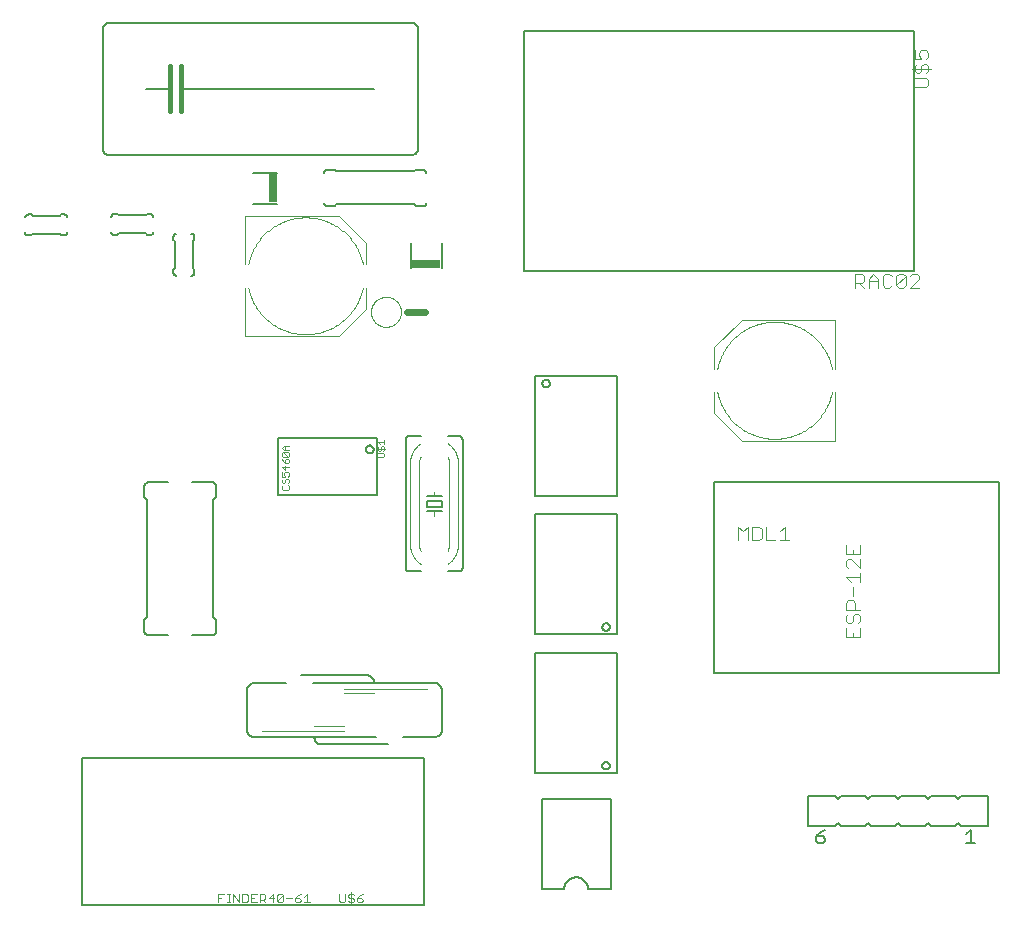
<source format=gto>
G75*
%MOIN*%
%OFA0B0*%
%FSLAX25Y25*%
%IPPOS*%
%LPD*%
%AMOC8*
5,1,8,0,0,1.08239X$1,22.5*
%
%ADD10C,0.00600*%
%ADD11C,0.01600*%
%ADD12C,0.00400*%
%ADD13C,0.00800*%
%ADD14R,0.09646X0.02657*%
%ADD15R,0.02657X0.09646*%
%ADD16C,0.00500*%
%ADD17C,0.00200*%
%ADD18C,0.02400*%
%ADD19C,0.00300*%
D10*
X0159308Y0114854D02*
X0159308Y0127854D01*
X0159310Y0127952D01*
X0159316Y0128050D01*
X0159325Y0128148D01*
X0159339Y0128245D01*
X0159356Y0128342D01*
X0159377Y0128438D01*
X0159402Y0128533D01*
X0159430Y0128627D01*
X0159463Y0128719D01*
X0159498Y0128811D01*
X0159538Y0128901D01*
X0159580Y0128989D01*
X0159627Y0129076D01*
X0159676Y0129160D01*
X0159729Y0129243D01*
X0159785Y0129323D01*
X0159845Y0129402D01*
X0159907Y0129478D01*
X0159972Y0129551D01*
X0160040Y0129622D01*
X0160111Y0129690D01*
X0160184Y0129755D01*
X0160260Y0129817D01*
X0160339Y0129877D01*
X0160419Y0129933D01*
X0160502Y0129986D01*
X0160586Y0130035D01*
X0160673Y0130082D01*
X0160761Y0130124D01*
X0160851Y0130164D01*
X0160943Y0130199D01*
X0161035Y0130232D01*
X0161129Y0130260D01*
X0161224Y0130285D01*
X0161320Y0130306D01*
X0161417Y0130323D01*
X0161514Y0130337D01*
X0161612Y0130346D01*
X0161710Y0130352D01*
X0161808Y0130354D01*
X0172308Y0130354D01*
X0177308Y0132854D02*
X0199308Y0132854D01*
X0199406Y0132852D01*
X0199504Y0132846D01*
X0199602Y0132837D01*
X0199699Y0132823D01*
X0199796Y0132806D01*
X0199892Y0132785D01*
X0199987Y0132760D01*
X0200081Y0132732D01*
X0200173Y0132699D01*
X0200265Y0132664D01*
X0200355Y0132624D01*
X0200443Y0132582D01*
X0200530Y0132535D01*
X0200614Y0132486D01*
X0200697Y0132433D01*
X0200777Y0132377D01*
X0200856Y0132317D01*
X0200932Y0132255D01*
X0201005Y0132190D01*
X0201076Y0132122D01*
X0201144Y0132051D01*
X0201209Y0131978D01*
X0201271Y0131902D01*
X0201331Y0131823D01*
X0201387Y0131743D01*
X0201440Y0131660D01*
X0201489Y0131576D01*
X0201536Y0131489D01*
X0201578Y0131401D01*
X0201618Y0131311D01*
X0201653Y0131219D01*
X0201686Y0131127D01*
X0201714Y0131033D01*
X0201739Y0130938D01*
X0201760Y0130842D01*
X0201777Y0130745D01*
X0201791Y0130648D01*
X0201800Y0130550D01*
X0201806Y0130452D01*
X0201808Y0130354D01*
X0221808Y0130354D02*
X0181308Y0130354D01*
X0181808Y0112354D02*
X0181810Y0112256D01*
X0181816Y0112158D01*
X0181825Y0112060D01*
X0181839Y0111963D01*
X0181856Y0111866D01*
X0181877Y0111770D01*
X0181902Y0111675D01*
X0181930Y0111581D01*
X0181963Y0111489D01*
X0181998Y0111397D01*
X0182038Y0111307D01*
X0182080Y0111219D01*
X0182127Y0111132D01*
X0182176Y0111048D01*
X0182229Y0110965D01*
X0182285Y0110885D01*
X0182345Y0110806D01*
X0182407Y0110730D01*
X0182472Y0110657D01*
X0182540Y0110586D01*
X0182611Y0110518D01*
X0182684Y0110453D01*
X0182760Y0110391D01*
X0182839Y0110331D01*
X0182919Y0110275D01*
X0183002Y0110222D01*
X0183086Y0110173D01*
X0183173Y0110126D01*
X0183261Y0110084D01*
X0183351Y0110044D01*
X0183443Y0110009D01*
X0183535Y0109976D01*
X0183629Y0109948D01*
X0183724Y0109923D01*
X0183820Y0109902D01*
X0183917Y0109885D01*
X0184014Y0109871D01*
X0184112Y0109862D01*
X0184210Y0109856D01*
X0184308Y0109854D01*
X0206308Y0109854D01*
X0202308Y0112354D02*
X0161808Y0112354D01*
X0161710Y0112356D01*
X0161612Y0112362D01*
X0161514Y0112371D01*
X0161417Y0112385D01*
X0161320Y0112402D01*
X0161224Y0112423D01*
X0161129Y0112448D01*
X0161035Y0112476D01*
X0160943Y0112509D01*
X0160851Y0112544D01*
X0160761Y0112584D01*
X0160673Y0112626D01*
X0160586Y0112673D01*
X0160502Y0112722D01*
X0160419Y0112775D01*
X0160339Y0112831D01*
X0160260Y0112891D01*
X0160184Y0112953D01*
X0160111Y0113018D01*
X0160040Y0113086D01*
X0159972Y0113157D01*
X0159907Y0113230D01*
X0159845Y0113306D01*
X0159785Y0113385D01*
X0159729Y0113465D01*
X0159676Y0113548D01*
X0159627Y0113632D01*
X0159580Y0113719D01*
X0159538Y0113807D01*
X0159498Y0113897D01*
X0159463Y0113989D01*
X0159430Y0114081D01*
X0159402Y0114175D01*
X0159377Y0114270D01*
X0159356Y0114366D01*
X0159339Y0114463D01*
X0159325Y0114560D01*
X0159316Y0114658D01*
X0159310Y0114756D01*
X0159308Y0114854D01*
X0147583Y0146268D02*
X0141083Y0146268D01*
X0147583Y0146268D02*
X0147659Y0146270D01*
X0147735Y0146276D01*
X0147810Y0146285D01*
X0147885Y0146299D01*
X0147959Y0146316D01*
X0148032Y0146337D01*
X0148104Y0146361D01*
X0148175Y0146390D01*
X0148244Y0146421D01*
X0148311Y0146456D01*
X0148376Y0146495D01*
X0148440Y0146537D01*
X0148501Y0146582D01*
X0148560Y0146630D01*
X0148616Y0146681D01*
X0148670Y0146735D01*
X0148721Y0146791D01*
X0148769Y0146850D01*
X0148814Y0146911D01*
X0148856Y0146975D01*
X0148895Y0147040D01*
X0148930Y0147107D01*
X0148961Y0147176D01*
X0148990Y0147247D01*
X0149014Y0147319D01*
X0149035Y0147392D01*
X0149052Y0147466D01*
X0149066Y0147541D01*
X0149075Y0147616D01*
X0149081Y0147692D01*
X0149083Y0147768D01*
X0149083Y0151268D01*
X0148083Y0152268D01*
X0148083Y0191268D01*
X0149083Y0192268D01*
X0149083Y0195768D01*
X0149081Y0195844D01*
X0149075Y0195920D01*
X0149066Y0195995D01*
X0149052Y0196070D01*
X0149035Y0196144D01*
X0149014Y0196217D01*
X0148990Y0196289D01*
X0148961Y0196360D01*
X0148930Y0196429D01*
X0148895Y0196496D01*
X0148856Y0196561D01*
X0148814Y0196625D01*
X0148769Y0196686D01*
X0148721Y0196745D01*
X0148670Y0196801D01*
X0148616Y0196855D01*
X0148560Y0196906D01*
X0148501Y0196954D01*
X0148440Y0196999D01*
X0148376Y0197041D01*
X0148311Y0197080D01*
X0148244Y0197115D01*
X0148175Y0197146D01*
X0148104Y0197175D01*
X0148032Y0197199D01*
X0147959Y0197220D01*
X0147885Y0197237D01*
X0147810Y0197251D01*
X0147735Y0197260D01*
X0147659Y0197266D01*
X0147583Y0197268D01*
X0141083Y0197268D01*
X0133083Y0197268D02*
X0126583Y0197268D01*
X0126507Y0197266D01*
X0126431Y0197260D01*
X0126356Y0197251D01*
X0126281Y0197237D01*
X0126207Y0197220D01*
X0126134Y0197199D01*
X0126062Y0197175D01*
X0125991Y0197146D01*
X0125922Y0197115D01*
X0125855Y0197080D01*
X0125790Y0197041D01*
X0125726Y0196999D01*
X0125665Y0196954D01*
X0125606Y0196906D01*
X0125550Y0196855D01*
X0125496Y0196801D01*
X0125445Y0196745D01*
X0125397Y0196686D01*
X0125352Y0196625D01*
X0125310Y0196561D01*
X0125271Y0196496D01*
X0125236Y0196429D01*
X0125205Y0196360D01*
X0125176Y0196289D01*
X0125152Y0196217D01*
X0125131Y0196144D01*
X0125114Y0196070D01*
X0125100Y0195995D01*
X0125091Y0195920D01*
X0125085Y0195844D01*
X0125083Y0195768D01*
X0125083Y0192268D01*
X0126083Y0191268D01*
X0126083Y0152268D01*
X0125083Y0151268D01*
X0125083Y0147768D01*
X0125085Y0147692D01*
X0125091Y0147616D01*
X0125100Y0147541D01*
X0125114Y0147466D01*
X0125131Y0147392D01*
X0125152Y0147319D01*
X0125176Y0147247D01*
X0125205Y0147176D01*
X0125236Y0147107D01*
X0125271Y0147040D01*
X0125310Y0146975D01*
X0125352Y0146911D01*
X0125397Y0146850D01*
X0125445Y0146791D01*
X0125496Y0146735D01*
X0125550Y0146681D01*
X0125606Y0146630D01*
X0125665Y0146582D01*
X0125726Y0146537D01*
X0125790Y0146495D01*
X0125855Y0146456D01*
X0125922Y0146421D01*
X0125991Y0146390D01*
X0126062Y0146361D01*
X0126134Y0146337D01*
X0126207Y0146316D01*
X0126281Y0146299D01*
X0126356Y0146285D01*
X0126431Y0146276D01*
X0126507Y0146270D01*
X0126583Y0146268D01*
X0133083Y0146268D01*
X0212190Y0168594D02*
X0212190Y0211594D01*
X0212192Y0211654D01*
X0212197Y0211715D01*
X0212206Y0211774D01*
X0212219Y0211833D01*
X0212235Y0211892D01*
X0212255Y0211949D01*
X0212278Y0212004D01*
X0212305Y0212059D01*
X0212334Y0212111D01*
X0212367Y0212162D01*
X0212403Y0212211D01*
X0212441Y0212257D01*
X0212483Y0212301D01*
X0212527Y0212343D01*
X0212573Y0212381D01*
X0212622Y0212417D01*
X0212673Y0212450D01*
X0212725Y0212479D01*
X0212780Y0212506D01*
X0212835Y0212529D01*
X0212892Y0212549D01*
X0212951Y0212565D01*
X0213010Y0212578D01*
X0213069Y0212587D01*
X0213130Y0212592D01*
X0213190Y0212594D01*
X0217190Y0212594D01*
X0226190Y0212594D02*
X0230190Y0212594D01*
X0230250Y0212592D01*
X0230311Y0212587D01*
X0230370Y0212578D01*
X0230429Y0212565D01*
X0230488Y0212549D01*
X0230545Y0212529D01*
X0230600Y0212506D01*
X0230655Y0212479D01*
X0230707Y0212450D01*
X0230758Y0212417D01*
X0230807Y0212381D01*
X0230853Y0212343D01*
X0230897Y0212301D01*
X0230939Y0212257D01*
X0230977Y0212211D01*
X0231013Y0212162D01*
X0231046Y0212111D01*
X0231075Y0212059D01*
X0231102Y0212004D01*
X0231125Y0211949D01*
X0231145Y0211892D01*
X0231161Y0211833D01*
X0231174Y0211774D01*
X0231183Y0211715D01*
X0231188Y0211654D01*
X0231190Y0211594D01*
X0231190Y0168594D01*
X0231188Y0168534D01*
X0231183Y0168473D01*
X0231174Y0168414D01*
X0231161Y0168355D01*
X0231145Y0168296D01*
X0231125Y0168239D01*
X0231102Y0168184D01*
X0231075Y0168129D01*
X0231046Y0168077D01*
X0231013Y0168026D01*
X0230977Y0167977D01*
X0230939Y0167931D01*
X0230897Y0167887D01*
X0230853Y0167845D01*
X0230807Y0167807D01*
X0230758Y0167771D01*
X0230707Y0167738D01*
X0230655Y0167709D01*
X0230600Y0167682D01*
X0230545Y0167659D01*
X0230488Y0167639D01*
X0230429Y0167623D01*
X0230370Y0167610D01*
X0230311Y0167601D01*
X0230250Y0167596D01*
X0230190Y0167594D01*
X0226190Y0167594D01*
X0217190Y0167594D02*
X0213190Y0167594D01*
X0213130Y0167596D01*
X0213069Y0167601D01*
X0213010Y0167610D01*
X0212951Y0167623D01*
X0212892Y0167639D01*
X0212835Y0167659D01*
X0212780Y0167682D01*
X0212725Y0167709D01*
X0212673Y0167738D01*
X0212622Y0167771D01*
X0212573Y0167807D01*
X0212527Y0167845D01*
X0212483Y0167887D01*
X0212441Y0167931D01*
X0212403Y0167977D01*
X0212367Y0168026D01*
X0212334Y0168077D01*
X0212305Y0168129D01*
X0212278Y0168184D01*
X0212255Y0168239D01*
X0212235Y0168296D01*
X0212219Y0168355D01*
X0212206Y0168414D01*
X0212197Y0168473D01*
X0212192Y0168534D01*
X0212190Y0168594D01*
X0219190Y0187594D02*
X0221690Y0187594D01*
X0224190Y0187594D01*
X0224190Y0189094D02*
X0219190Y0189094D01*
X0219190Y0191094D01*
X0224190Y0191094D01*
X0224190Y0189094D01*
X0224190Y0192594D02*
X0221690Y0192594D01*
X0219190Y0192594D01*
X0221808Y0130354D02*
X0221906Y0130352D01*
X0222004Y0130346D01*
X0222102Y0130337D01*
X0222199Y0130323D01*
X0222296Y0130306D01*
X0222392Y0130285D01*
X0222487Y0130260D01*
X0222581Y0130232D01*
X0222673Y0130199D01*
X0222765Y0130164D01*
X0222855Y0130124D01*
X0222943Y0130082D01*
X0223030Y0130035D01*
X0223114Y0129986D01*
X0223197Y0129933D01*
X0223277Y0129877D01*
X0223356Y0129817D01*
X0223432Y0129755D01*
X0223505Y0129690D01*
X0223576Y0129622D01*
X0223644Y0129551D01*
X0223709Y0129478D01*
X0223771Y0129402D01*
X0223831Y0129323D01*
X0223887Y0129243D01*
X0223940Y0129160D01*
X0223989Y0129076D01*
X0224036Y0128989D01*
X0224078Y0128901D01*
X0224118Y0128811D01*
X0224153Y0128719D01*
X0224186Y0128627D01*
X0224214Y0128533D01*
X0224239Y0128438D01*
X0224260Y0128342D01*
X0224277Y0128245D01*
X0224291Y0128148D01*
X0224300Y0128050D01*
X0224306Y0127952D01*
X0224308Y0127854D01*
X0224308Y0114854D01*
X0224306Y0114756D01*
X0224300Y0114658D01*
X0224291Y0114560D01*
X0224277Y0114463D01*
X0224260Y0114366D01*
X0224239Y0114270D01*
X0224214Y0114175D01*
X0224186Y0114081D01*
X0224153Y0113989D01*
X0224118Y0113897D01*
X0224078Y0113807D01*
X0224036Y0113719D01*
X0223989Y0113632D01*
X0223940Y0113548D01*
X0223887Y0113465D01*
X0223831Y0113385D01*
X0223771Y0113306D01*
X0223709Y0113230D01*
X0223644Y0113157D01*
X0223576Y0113086D01*
X0223505Y0113018D01*
X0223432Y0112953D01*
X0223356Y0112891D01*
X0223277Y0112831D01*
X0223197Y0112775D01*
X0223114Y0112722D01*
X0223030Y0112673D01*
X0222943Y0112626D01*
X0222855Y0112584D01*
X0222765Y0112544D01*
X0222673Y0112509D01*
X0222581Y0112476D01*
X0222487Y0112448D01*
X0222392Y0112423D01*
X0222296Y0112402D01*
X0222199Y0112385D01*
X0222102Y0112371D01*
X0222004Y0112362D01*
X0221906Y0112356D01*
X0221808Y0112354D01*
X0211308Y0112354D01*
X0257552Y0091551D02*
X0280552Y0091551D01*
X0280552Y0061551D01*
X0273052Y0061551D01*
X0273050Y0061677D01*
X0273044Y0061802D01*
X0273034Y0061927D01*
X0273020Y0062052D01*
X0273003Y0062177D01*
X0272981Y0062301D01*
X0272956Y0062424D01*
X0272926Y0062546D01*
X0272893Y0062667D01*
X0272856Y0062787D01*
X0272816Y0062906D01*
X0272771Y0063023D01*
X0272723Y0063140D01*
X0272671Y0063254D01*
X0272616Y0063367D01*
X0272557Y0063478D01*
X0272495Y0063587D01*
X0272429Y0063694D01*
X0272360Y0063799D01*
X0272288Y0063902D01*
X0272213Y0064003D01*
X0272134Y0064101D01*
X0272052Y0064196D01*
X0271968Y0064289D01*
X0271880Y0064379D01*
X0271790Y0064467D01*
X0271697Y0064551D01*
X0271602Y0064633D01*
X0271504Y0064712D01*
X0271403Y0064787D01*
X0271300Y0064859D01*
X0271195Y0064928D01*
X0271088Y0064994D01*
X0270979Y0065056D01*
X0270868Y0065115D01*
X0270755Y0065170D01*
X0270641Y0065222D01*
X0270524Y0065270D01*
X0270407Y0065315D01*
X0270288Y0065355D01*
X0270168Y0065392D01*
X0270047Y0065425D01*
X0269925Y0065455D01*
X0269802Y0065480D01*
X0269678Y0065502D01*
X0269553Y0065519D01*
X0269428Y0065533D01*
X0269303Y0065543D01*
X0269178Y0065549D01*
X0269052Y0065551D01*
X0268926Y0065549D01*
X0268801Y0065543D01*
X0268676Y0065533D01*
X0268551Y0065519D01*
X0268426Y0065502D01*
X0268302Y0065480D01*
X0268179Y0065455D01*
X0268057Y0065425D01*
X0267936Y0065392D01*
X0267816Y0065355D01*
X0267697Y0065315D01*
X0267580Y0065270D01*
X0267463Y0065222D01*
X0267349Y0065170D01*
X0267236Y0065115D01*
X0267125Y0065056D01*
X0267016Y0064994D01*
X0266909Y0064928D01*
X0266804Y0064859D01*
X0266701Y0064787D01*
X0266600Y0064712D01*
X0266502Y0064633D01*
X0266407Y0064551D01*
X0266314Y0064467D01*
X0266224Y0064379D01*
X0266136Y0064289D01*
X0266052Y0064196D01*
X0265970Y0064101D01*
X0265891Y0064003D01*
X0265816Y0063902D01*
X0265744Y0063799D01*
X0265675Y0063694D01*
X0265609Y0063587D01*
X0265547Y0063478D01*
X0265488Y0063367D01*
X0265433Y0063254D01*
X0265381Y0063140D01*
X0265333Y0063023D01*
X0265288Y0062906D01*
X0265248Y0062787D01*
X0265211Y0062667D01*
X0265178Y0062546D01*
X0265148Y0062424D01*
X0265123Y0062301D01*
X0265101Y0062177D01*
X0265084Y0062052D01*
X0265070Y0061927D01*
X0265060Y0061802D01*
X0265054Y0061677D01*
X0265052Y0061551D01*
X0257552Y0061551D01*
X0257552Y0091551D01*
X0346375Y0092654D02*
X0346375Y0082654D01*
X0355375Y0082654D01*
X0356375Y0083654D01*
X0357375Y0082654D01*
X0365375Y0082654D01*
X0366375Y0083654D01*
X0367375Y0082654D01*
X0375375Y0082654D01*
X0376375Y0083654D01*
X0377375Y0082654D01*
X0385375Y0082654D01*
X0386375Y0083654D01*
X0387375Y0082654D01*
X0395375Y0082654D01*
X0396375Y0083654D01*
X0397375Y0082654D01*
X0406375Y0082654D01*
X0406375Y0092654D01*
X0397375Y0092654D01*
X0396375Y0091654D01*
X0395375Y0092654D01*
X0387375Y0092654D01*
X0386375Y0091654D01*
X0385375Y0092654D01*
X0377375Y0092654D01*
X0376375Y0091654D01*
X0375375Y0092654D01*
X0367375Y0092654D01*
X0366375Y0091654D01*
X0365375Y0092654D01*
X0357375Y0092654D01*
X0356375Y0091654D01*
X0355375Y0092654D01*
X0346375Y0092654D01*
X0141804Y0267106D02*
X0141804Y0268106D01*
X0141304Y0268606D01*
X0141304Y0277606D01*
X0141804Y0278106D01*
X0141804Y0279106D01*
X0141802Y0279166D01*
X0141797Y0279227D01*
X0141788Y0279286D01*
X0141775Y0279345D01*
X0141759Y0279404D01*
X0141739Y0279461D01*
X0141716Y0279516D01*
X0141689Y0279571D01*
X0141660Y0279623D01*
X0141627Y0279674D01*
X0141591Y0279723D01*
X0141553Y0279769D01*
X0141511Y0279813D01*
X0141467Y0279855D01*
X0141421Y0279893D01*
X0141372Y0279929D01*
X0141321Y0279962D01*
X0141269Y0279991D01*
X0141214Y0280018D01*
X0141159Y0280041D01*
X0141102Y0280061D01*
X0141043Y0280077D01*
X0140984Y0280090D01*
X0140925Y0280099D01*
X0140864Y0280104D01*
X0140804Y0280106D01*
X0135804Y0280106D02*
X0135744Y0280104D01*
X0135683Y0280099D01*
X0135624Y0280090D01*
X0135565Y0280077D01*
X0135506Y0280061D01*
X0135449Y0280041D01*
X0135394Y0280018D01*
X0135339Y0279991D01*
X0135287Y0279962D01*
X0135236Y0279929D01*
X0135187Y0279893D01*
X0135141Y0279855D01*
X0135097Y0279813D01*
X0135055Y0279769D01*
X0135017Y0279723D01*
X0134981Y0279674D01*
X0134948Y0279623D01*
X0134919Y0279571D01*
X0134892Y0279516D01*
X0134869Y0279461D01*
X0134849Y0279404D01*
X0134833Y0279345D01*
X0134820Y0279286D01*
X0134811Y0279227D01*
X0134806Y0279166D01*
X0134804Y0279106D01*
X0134804Y0278106D01*
X0135304Y0277606D01*
X0135304Y0268606D01*
X0134804Y0268106D01*
X0134804Y0267106D01*
X0134806Y0267046D01*
X0134811Y0266985D01*
X0134820Y0266926D01*
X0134833Y0266867D01*
X0134849Y0266808D01*
X0134869Y0266751D01*
X0134892Y0266696D01*
X0134919Y0266641D01*
X0134948Y0266589D01*
X0134981Y0266538D01*
X0135017Y0266489D01*
X0135055Y0266443D01*
X0135097Y0266399D01*
X0135141Y0266357D01*
X0135187Y0266319D01*
X0135236Y0266283D01*
X0135287Y0266250D01*
X0135339Y0266221D01*
X0135394Y0266194D01*
X0135449Y0266171D01*
X0135506Y0266151D01*
X0135565Y0266135D01*
X0135624Y0266122D01*
X0135683Y0266113D01*
X0135744Y0266108D01*
X0135804Y0266106D01*
X0140804Y0266106D02*
X0140864Y0266108D01*
X0140925Y0266113D01*
X0140984Y0266122D01*
X0141043Y0266135D01*
X0141102Y0266151D01*
X0141159Y0266171D01*
X0141214Y0266194D01*
X0141269Y0266221D01*
X0141321Y0266250D01*
X0141372Y0266283D01*
X0141421Y0266319D01*
X0141467Y0266357D01*
X0141511Y0266399D01*
X0141553Y0266443D01*
X0141591Y0266489D01*
X0141627Y0266538D01*
X0141660Y0266589D01*
X0141689Y0266641D01*
X0141716Y0266696D01*
X0141739Y0266751D01*
X0141759Y0266808D01*
X0141775Y0266867D01*
X0141788Y0266926D01*
X0141797Y0266985D01*
X0141802Y0267046D01*
X0141804Y0267106D01*
X0127099Y0279724D02*
X0126099Y0279724D01*
X0125599Y0280224D01*
X0116599Y0280224D01*
X0116099Y0279724D01*
X0115099Y0279724D01*
X0115039Y0279726D01*
X0114978Y0279731D01*
X0114919Y0279740D01*
X0114860Y0279753D01*
X0114801Y0279769D01*
X0114744Y0279789D01*
X0114689Y0279812D01*
X0114634Y0279839D01*
X0114582Y0279868D01*
X0114531Y0279901D01*
X0114482Y0279937D01*
X0114436Y0279975D01*
X0114392Y0280017D01*
X0114350Y0280061D01*
X0114312Y0280107D01*
X0114276Y0280156D01*
X0114243Y0280207D01*
X0114214Y0280259D01*
X0114187Y0280314D01*
X0114164Y0280369D01*
X0114144Y0280426D01*
X0114128Y0280485D01*
X0114115Y0280544D01*
X0114106Y0280603D01*
X0114101Y0280664D01*
X0114099Y0280724D01*
X0114099Y0285724D02*
X0114101Y0285784D01*
X0114106Y0285845D01*
X0114115Y0285904D01*
X0114128Y0285963D01*
X0114144Y0286022D01*
X0114164Y0286079D01*
X0114187Y0286134D01*
X0114214Y0286189D01*
X0114243Y0286241D01*
X0114276Y0286292D01*
X0114312Y0286341D01*
X0114350Y0286387D01*
X0114392Y0286431D01*
X0114436Y0286473D01*
X0114482Y0286511D01*
X0114531Y0286547D01*
X0114582Y0286580D01*
X0114634Y0286609D01*
X0114689Y0286636D01*
X0114744Y0286659D01*
X0114801Y0286679D01*
X0114860Y0286695D01*
X0114919Y0286708D01*
X0114978Y0286717D01*
X0115039Y0286722D01*
X0115099Y0286724D01*
X0116099Y0286724D01*
X0116599Y0286224D01*
X0125599Y0286224D01*
X0126099Y0286724D01*
X0127099Y0286724D01*
X0127159Y0286722D01*
X0127220Y0286717D01*
X0127279Y0286708D01*
X0127338Y0286695D01*
X0127397Y0286679D01*
X0127454Y0286659D01*
X0127509Y0286636D01*
X0127564Y0286609D01*
X0127616Y0286580D01*
X0127667Y0286547D01*
X0127716Y0286511D01*
X0127762Y0286473D01*
X0127806Y0286431D01*
X0127848Y0286387D01*
X0127886Y0286341D01*
X0127922Y0286292D01*
X0127955Y0286241D01*
X0127984Y0286189D01*
X0128011Y0286134D01*
X0128034Y0286079D01*
X0128054Y0286022D01*
X0128070Y0285963D01*
X0128083Y0285904D01*
X0128092Y0285845D01*
X0128097Y0285784D01*
X0128099Y0285724D01*
X0128099Y0280724D02*
X0128097Y0280664D01*
X0128092Y0280603D01*
X0128083Y0280544D01*
X0128070Y0280485D01*
X0128054Y0280426D01*
X0128034Y0280369D01*
X0128011Y0280314D01*
X0127984Y0280259D01*
X0127955Y0280207D01*
X0127922Y0280156D01*
X0127886Y0280107D01*
X0127848Y0280061D01*
X0127806Y0280017D01*
X0127762Y0279975D01*
X0127716Y0279937D01*
X0127667Y0279901D01*
X0127616Y0279868D01*
X0127564Y0279839D01*
X0127509Y0279812D01*
X0127454Y0279789D01*
X0127397Y0279769D01*
X0127338Y0279753D01*
X0127279Y0279740D01*
X0127220Y0279731D01*
X0127159Y0279726D01*
X0127099Y0279724D01*
X0098438Y0279488D02*
X0097438Y0279488D01*
X0096938Y0279988D01*
X0087938Y0279988D01*
X0087438Y0279488D01*
X0086438Y0279488D01*
X0086378Y0279490D01*
X0086317Y0279495D01*
X0086258Y0279504D01*
X0086199Y0279517D01*
X0086140Y0279533D01*
X0086083Y0279553D01*
X0086028Y0279576D01*
X0085973Y0279603D01*
X0085921Y0279632D01*
X0085870Y0279665D01*
X0085821Y0279701D01*
X0085775Y0279739D01*
X0085731Y0279781D01*
X0085689Y0279825D01*
X0085651Y0279871D01*
X0085615Y0279920D01*
X0085582Y0279971D01*
X0085553Y0280023D01*
X0085526Y0280078D01*
X0085503Y0280133D01*
X0085483Y0280190D01*
X0085467Y0280249D01*
X0085454Y0280308D01*
X0085445Y0280367D01*
X0085440Y0280428D01*
X0085438Y0280488D01*
X0085438Y0285488D02*
X0085440Y0285548D01*
X0085445Y0285609D01*
X0085454Y0285668D01*
X0085467Y0285727D01*
X0085483Y0285786D01*
X0085503Y0285843D01*
X0085526Y0285898D01*
X0085553Y0285953D01*
X0085582Y0286005D01*
X0085615Y0286056D01*
X0085651Y0286105D01*
X0085689Y0286151D01*
X0085731Y0286195D01*
X0085775Y0286237D01*
X0085821Y0286275D01*
X0085870Y0286311D01*
X0085921Y0286344D01*
X0085973Y0286373D01*
X0086028Y0286400D01*
X0086083Y0286423D01*
X0086140Y0286443D01*
X0086199Y0286459D01*
X0086258Y0286472D01*
X0086317Y0286481D01*
X0086378Y0286486D01*
X0086438Y0286488D01*
X0087438Y0286488D01*
X0087938Y0285988D01*
X0096938Y0285988D01*
X0097438Y0286488D01*
X0098438Y0286488D01*
X0098498Y0286486D01*
X0098559Y0286481D01*
X0098618Y0286472D01*
X0098677Y0286459D01*
X0098736Y0286443D01*
X0098793Y0286423D01*
X0098848Y0286400D01*
X0098903Y0286373D01*
X0098955Y0286344D01*
X0099006Y0286311D01*
X0099055Y0286275D01*
X0099101Y0286237D01*
X0099145Y0286195D01*
X0099187Y0286151D01*
X0099225Y0286105D01*
X0099261Y0286056D01*
X0099294Y0286005D01*
X0099323Y0285953D01*
X0099350Y0285898D01*
X0099373Y0285843D01*
X0099393Y0285786D01*
X0099409Y0285727D01*
X0099422Y0285668D01*
X0099431Y0285609D01*
X0099436Y0285548D01*
X0099438Y0285488D01*
X0099438Y0280488D02*
X0099436Y0280428D01*
X0099431Y0280367D01*
X0099422Y0280308D01*
X0099409Y0280249D01*
X0099393Y0280190D01*
X0099373Y0280133D01*
X0099350Y0280078D01*
X0099323Y0280023D01*
X0099294Y0279971D01*
X0099261Y0279920D01*
X0099225Y0279871D01*
X0099187Y0279825D01*
X0099145Y0279781D01*
X0099101Y0279739D01*
X0099055Y0279701D01*
X0099006Y0279665D01*
X0098955Y0279632D01*
X0098903Y0279603D01*
X0098848Y0279576D01*
X0098793Y0279553D01*
X0098736Y0279533D01*
X0098677Y0279517D01*
X0098618Y0279504D01*
X0098559Y0279495D01*
X0098498Y0279490D01*
X0098438Y0279488D01*
X0113296Y0306382D02*
X0214296Y0306382D01*
X0214383Y0306384D01*
X0214470Y0306390D01*
X0214557Y0306399D01*
X0214643Y0306412D01*
X0214729Y0306429D01*
X0214814Y0306450D01*
X0214897Y0306475D01*
X0214980Y0306503D01*
X0215061Y0306534D01*
X0215141Y0306569D01*
X0215219Y0306608D01*
X0215296Y0306650D01*
X0215371Y0306695D01*
X0215443Y0306744D01*
X0215514Y0306795D01*
X0215582Y0306850D01*
X0215647Y0306907D01*
X0215710Y0306968D01*
X0215771Y0307031D01*
X0215828Y0307096D01*
X0215883Y0307164D01*
X0215934Y0307235D01*
X0215983Y0307307D01*
X0216028Y0307382D01*
X0216070Y0307459D01*
X0216109Y0307537D01*
X0216144Y0307617D01*
X0216175Y0307698D01*
X0216203Y0307781D01*
X0216228Y0307864D01*
X0216249Y0307949D01*
X0216266Y0308035D01*
X0216279Y0308121D01*
X0216288Y0308208D01*
X0216294Y0308295D01*
X0216296Y0308382D01*
X0216296Y0348382D01*
X0216294Y0348469D01*
X0216288Y0348556D01*
X0216279Y0348643D01*
X0216266Y0348729D01*
X0216249Y0348815D01*
X0216228Y0348900D01*
X0216203Y0348983D01*
X0216175Y0349066D01*
X0216144Y0349147D01*
X0216109Y0349227D01*
X0216070Y0349305D01*
X0216028Y0349382D01*
X0215983Y0349457D01*
X0215934Y0349529D01*
X0215883Y0349600D01*
X0215828Y0349668D01*
X0215771Y0349733D01*
X0215710Y0349796D01*
X0215647Y0349857D01*
X0215582Y0349914D01*
X0215514Y0349969D01*
X0215443Y0350020D01*
X0215371Y0350069D01*
X0215296Y0350114D01*
X0215219Y0350156D01*
X0215141Y0350195D01*
X0215061Y0350230D01*
X0214980Y0350261D01*
X0214897Y0350289D01*
X0214814Y0350314D01*
X0214729Y0350335D01*
X0214643Y0350352D01*
X0214557Y0350365D01*
X0214470Y0350374D01*
X0214383Y0350380D01*
X0214296Y0350382D01*
X0113296Y0350382D01*
X0113209Y0350380D01*
X0113122Y0350374D01*
X0113035Y0350365D01*
X0112949Y0350352D01*
X0112863Y0350335D01*
X0112778Y0350314D01*
X0112695Y0350289D01*
X0112612Y0350261D01*
X0112531Y0350230D01*
X0112451Y0350195D01*
X0112373Y0350156D01*
X0112296Y0350114D01*
X0112221Y0350069D01*
X0112149Y0350020D01*
X0112078Y0349969D01*
X0112010Y0349914D01*
X0111945Y0349857D01*
X0111882Y0349796D01*
X0111821Y0349733D01*
X0111764Y0349668D01*
X0111709Y0349600D01*
X0111658Y0349529D01*
X0111609Y0349457D01*
X0111564Y0349382D01*
X0111522Y0349305D01*
X0111483Y0349227D01*
X0111448Y0349147D01*
X0111417Y0349066D01*
X0111389Y0348983D01*
X0111364Y0348900D01*
X0111343Y0348815D01*
X0111326Y0348729D01*
X0111313Y0348643D01*
X0111304Y0348556D01*
X0111298Y0348469D01*
X0111296Y0348382D01*
X0111296Y0308382D01*
X0111298Y0308295D01*
X0111304Y0308208D01*
X0111313Y0308121D01*
X0111326Y0308035D01*
X0111343Y0307949D01*
X0111364Y0307864D01*
X0111389Y0307781D01*
X0111417Y0307698D01*
X0111448Y0307617D01*
X0111483Y0307537D01*
X0111522Y0307459D01*
X0111564Y0307382D01*
X0111609Y0307307D01*
X0111658Y0307235D01*
X0111709Y0307164D01*
X0111764Y0307096D01*
X0111821Y0307031D01*
X0111882Y0306968D01*
X0111945Y0306907D01*
X0112010Y0306850D01*
X0112078Y0306795D01*
X0112149Y0306744D01*
X0112221Y0306695D01*
X0112296Y0306650D01*
X0112373Y0306608D01*
X0112451Y0306569D01*
X0112531Y0306534D01*
X0112612Y0306503D01*
X0112695Y0306475D01*
X0112778Y0306450D01*
X0112863Y0306429D01*
X0112949Y0306412D01*
X0113035Y0306399D01*
X0113122Y0306390D01*
X0113209Y0306384D01*
X0113296Y0306382D01*
X0125796Y0328382D02*
X0133796Y0328382D01*
X0137296Y0328382D02*
X0201796Y0328382D01*
X0188583Y0301350D02*
X0189083Y0300850D01*
X0215083Y0300850D01*
X0215583Y0301350D01*
X0218083Y0301350D01*
X0218143Y0301348D01*
X0218204Y0301343D01*
X0218263Y0301334D01*
X0218322Y0301321D01*
X0218381Y0301305D01*
X0218438Y0301285D01*
X0218493Y0301262D01*
X0218548Y0301235D01*
X0218600Y0301206D01*
X0218651Y0301173D01*
X0218700Y0301137D01*
X0218746Y0301099D01*
X0218790Y0301057D01*
X0218832Y0301013D01*
X0218870Y0300967D01*
X0218906Y0300918D01*
X0218939Y0300867D01*
X0218968Y0300815D01*
X0218995Y0300760D01*
X0219018Y0300705D01*
X0219038Y0300648D01*
X0219054Y0300589D01*
X0219067Y0300530D01*
X0219076Y0300471D01*
X0219081Y0300410D01*
X0219083Y0300350D01*
X0219083Y0290350D02*
X0219081Y0290290D01*
X0219076Y0290229D01*
X0219067Y0290170D01*
X0219054Y0290111D01*
X0219038Y0290052D01*
X0219018Y0289995D01*
X0218995Y0289940D01*
X0218968Y0289885D01*
X0218939Y0289833D01*
X0218906Y0289782D01*
X0218870Y0289733D01*
X0218832Y0289687D01*
X0218790Y0289643D01*
X0218746Y0289601D01*
X0218700Y0289563D01*
X0218651Y0289527D01*
X0218600Y0289494D01*
X0218548Y0289465D01*
X0218493Y0289438D01*
X0218438Y0289415D01*
X0218381Y0289395D01*
X0218322Y0289379D01*
X0218263Y0289366D01*
X0218204Y0289357D01*
X0218143Y0289352D01*
X0218083Y0289350D01*
X0215583Y0289350D01*
X0215083Y0289850D01*
X0189083Y0289850D01*
X0188583Y0289350D01*
X0186083Y0289350D01*
X0186023Y0289352D01*
X0185962Y0289357D01*
X0185903Y0289366D01*
X0185844Y0289379D01*
X0185785Y0289395D01*
X0185728Y0289415D01*
X0185673Y0289438D01*
X0185618Y0289465D01*
X0185566Y0289494D01*
X0185515Y0289527D01*
X0185466Y0289563D01*
X0185420Y0289601D01*
X0185376Y0289643D01*
X0185334Y0289687D01*
X0185296Y0289733D01*
X0185260Y0289782D01*
X0185227Y0289833D01*
X0185198Y0289885D01*
X0185171Y0289940D01*
X0185148Y0289995D01*
X0185128Y0290052D01*
X0185112Y0290111D01*
X0185099Y0290170D01*
X0185090Y0290229D01*
X0185085Y0290290D01*
X0185083Y0290350D01*
X0185083Y0300350D02*
X0185085Y0300410D01*
X0185090Y0300471D01*
X0185099Y0300530D01*
X0185112Y0300589D01*
X0185128Y0300648D01*
X0185148Y0300705D01*
X0185171Y0300760D01*
X0185198Y0300815D01*
X0185227Y0300867D01*
X0185260Y0300918D01*
X0185296Y0300967D01*
X0185334Y0301013D01*
X0185376Y0301057D01*
X0185420Y0301099D01*
X0185466Y0301137D01*
X0185515Y0301173D01*
X0185566Y0301206D01*
X0185618Y0301235D01*
X0185673Y0301262D01*
X0185728Y0301285D01*
X0185785Y0301305D01*
X0185844Y0301321D01*
X0185903Y0301334D01*
X0185962Y0301343D01*
X0186023Y0301348D01*
X0186083Y0301350D01*
X0188583Y0301350D01*
D11*
X0137296Y0320882D02*
X0137296Y0328382D01*
X0137296Y0335882D01*
X0133796Y0335882D02*
X0133796Y0328382D01*
X0133796Y0320882D01*
D12*
X0158776Y0286098D02*
X0189879Y0286098D01*
X0198934Y0277043D01*
X0198934Y0269957D01*
X0198934Y0262083D02*
X0198934Y0254996D01*
X0189879Y0245941D01*
X0158776Y0245941D01*
X0158776Y0262083D01*
X0158776Y0269957D02*
X0158776Y0286098D01*
X0159761Y0262083D02*
X0159862Y0261618D01*
X0159976Y0261156D01*
X0160100Y0260696D01*
X0160236Y0260240D01*
X0160382Y0259787D01*
X0160540Y0259338D01*
X0160709Y0258892D01*
X0160888Y0258451D01*
X0161078Y0258015D01*
X0161279Y0257583D01*
X0161490Y0257157D01*
X0161712Y0256735D01*
X0161944Y0256320D01*
X0162185Y0255910D01*
X0162437Y0255506D01*
X0162699Y0255108D01*
X0162970Y0254717D01*
X0163251Y0254332D01*
X0163541Y0253955D01*
X0163840Y0253584D01*
X0164148Y0253221D01*
X0164465Y0252866D01*
X0164791Y0252519D01*
X0165124Y0252179D01*
X0165466Y0251848D01*
X0165816Y0251526D01*
X0166174Y0251211D01*
X0166540Y0250906D01*
X0166912Y0250610D01*
X0167292Y0250323D01*
X0167679Y0250045D01*
X0168072Y0249777D01*
X0168472Y0249519D01*
X0168878Y0249270D01*
X0169290Y0249032D01*
X0169708Y0248803D01*
X0170131Y0248585D01*
X0170559Y0248377D01*
X0170992Y0248180D01*
X0171430Y0247993D01*
X0171873Y0247817D01*
X0172319Y0247652D01*
X0172769Y0247498D01*
X0173224Y0247355D01*
X0173681Y0247223D01*
X0174141Y0247102D01*
X0174605Y0246993D01*
X0175071Y0246895D01*
X0175539Y0246808D01*
X0176009Y0246733D01*
X0176481Y0246669D01*
X0176954Y0246617D01*
X0177428Y0246576D01*
X0177903Y0246547D01*
X0178379Y0246530D01*
X0178855Y0246524D01*
X0179331Y0246530D01*
X0179807Y0246547D01*
X0180282Y0246576D01*
X0180756Y0246617D01*
X0181229Y0246669D01*
X0181701Y0246733D01*
X0182171Y0246808D01*
X0182639Y0246895D01*
X0183105Y0246993D01*
X0183569Y0247102D01*
X0184029Y0247223D01*
X0184486Y0247355D01*
X0184941Y0247498D01*
X0185391Y0247652D01*
X0185837Y0247817D01*
X0186280Y0247993D01*
X0186718Y0248180D01*
X0187151Y0248377D01*
X0187579Y0248585D01*
X0188002Y0248803D01*
X0188420Y0249032D01*
X0188832Y0249270D01*
X0189238Y0249519D01*
X0189638Y0249777D01*
X0190031Y0250045D01*
X0190418Y0250323D01*
X0190798Y0250610D01*
X0191170Y0250906D01*
X0191536Y0251211D01*
X0191894Y0251526D01*
X0192244Y0251848D01*
X0192586Y0252179D01*
X0192919Y0252519D01*
X0193245Y0252866D01*
X0193562Y0253221D01*
X0193870Y0253584D01*
X0194169Y0253955D01*
X0194459Y0254332D01*
X0194740Y0254717D01*
X0195011Y0255108D01*
X0195273Y0255506D01*
X0195525Y0255910D01*
X0195766Y0256320D01*
X0195998Y0256735D01*
X0196220Y0257157D01*
X0196431Y0257583D01*
X0196632Y0258015D01*
X0196822Y0258451D01*
X0197001Y0258892D01*
X0197170Y0259338D01*
X0197328Y0259787D01*
X0197474Y0260240D01*
X0197610Y0260696D01*
X0197734Y0261156D01*
X0197848Y0261618D01*
X0197949Y0262083D01*
X0200666Y0254012D02*
X0200668Y0254153D01*
X0200674Y0254294D01*
X0200684Y0254434D01*
X0200698Y0254574D01*
X0200716Y0254714D01*
X0200737Y0254853D01*
X0200763Y0254992D01*
X0200792Y0255130D01*
X0200826Y0255266D01*
X0200863Y0255402D01*
X0200904Y0255537D01*
X0200949Y0255671D01*
X0200998Y0255803D01*
X0201050Y0255934D01*
X0201106Y0256063D01*
X0201166Y0256190D01*
X0201229Y0256316D01*
X0201295Y0256440D01*
X0201366Y0256563D01*
X0201439Y0256683D01*
X0201516Y0256801D01*
X0201596Y0256917D01*
X0201680Y0257030D01*
X0201766Y0257141D01*
X0201856Y0257250D01*
X0201949Y0257356D01*
X0202044Y0257459D01*
X0202143Y0257560D01*
X0202244Y0257658D01*
X0202348Y0257753D01*
X0202455Y0257845D01*
X0202564Y0257934D01*
X0202676Y0258019D01*
X0202790Y0258102D01*
X0202906Y0258182D01*
X0203025Y0258258D01*
X0203146Y0258330D01*
X0203268Y0258400D01*
X0203393Y0258465D01*
X0203519Y0258528D01*
X0203647Y0258586D01*
X0203777Y0258641D01*
X0203908Y0258693D01*
X0204041Y0258740D01*
X0204175Y0258784D01*
X0204310Y0258825D01*
X0204446Y0258861D01*
X0204583Y0258893D01*
X0204721Y0258922D01*
X0204859Y0258947D01*
X0204999Y0258967D01*
X0205139Y0258984D01*
X0205279Y0258997D01*
X0205420Y0259006D01*
X0205560Y0259011D01*
X0205701Y0259012D01*
X0205842Y0259009D01*
X0205983Y0259002D01*
X0206123Y0258991D01*
X0206263Y0258976D01*
X0206403Y0258957D01*
X0206542Y0258935D01*
X0206680Y0258908D01*
X0206818Y0258878D01*
X0206954Y0258843D01*
X0207090Y0258805D01*
X0207224Y0258763D01*
X0207358Y0258717D01*
X0207490Y0258668D01*
X0207620Y0258614D01*
X0207749Y0258557D01*
X0207876Y0258497D01*
X0208002Y0258433D01*
X0208125Y0258365D01*
X0208247Y0258294D01*
X0208367Y0258220D01*
X0208484Y0258142D01*
X0208599Y0258061D01*
X0208712Y0257977D01*
X0208823Y0257890D01*
X0208931Y0257799D01*
X0209036Y0257706D01*
X0209139Y0257609D01*
X0209239Y0257510D01*
X0209336Y0257408D01*
X0209430Y0257303D01*
X0209521Y0257196D01*
X0209609Y0257086D01*
X0209694Y0256974D01*
X0209776Y0256859D01*
X0209855Y0256742D01*
X0209930Y0256623D01*
X0210002Y0256502D01*
X0210070Y0256379D01*
X0210135Y0256254D01*
X0210197Y0256127D01*
X0210254Y0255998D01*
X0210309Y0255868D01*
X0210359Y0255737D01*
X0210406Y0255604D01*
X0210449Y0255470D01*
X0210488Y0255334D01*
X0210523Y0255198D01*
X0210555Y0255061D01*
X0210582Y0254923D01*
X0210606Y0254784D01*
X0210626Y0254644D01*
X0210642Y0254504D01*
X0210654Y0254364D01*
X0210662Y0254223D01*
X0210666Y0254082D01*
X0210666Y0253942D01*
X0210662Y0253801D01*
X0210654Y0253660D01*
X0210642Y0253520D01*
X0210626Y0253380D01*
X0210606Y0253240D01*
X0210582Y0253101D01*
X0210555Y0252963D01*
X0210523Y0252826D01*
X0210488Y0252690D01*
X0210449Y0252554D01*
X0210406Y0252420D01*
X0210359Y0252287D01*
X0210309Y0252156D01*
X0210254Y0252026D01*
X0210197Y0251897D01*
X0210135Y0251770D01*
X0210070Y0251645D01*
X0210002Y0251522D01*
X0209930Y0251401D01*
X0209855Y0251282D01*
X0209776Y0251165D01*
X0209694Y0251050D01*
X0209609Y0250938D01*
X0209521Y0250828D01*
X0209430Y0250721D01*
X0209336Y0250616D01*
X0209239Y0250514D01*
X0209139Y0250415D01*
X0209036Y0250318D01*
X0208931Y0250225D01*
X0208823Y0250134D01*
X0208712Y0250047D01*
X0208599Y0249963D01*
X0208484Y0249882D01*
X0208367Y0249804D01*
X0208247Y0249730D01*
X0208125Y0249659D01*
X0208002Y0249591D01*
X0207876Y0249527D01*
X0207749Y0249467D01*
X0207620Y0249410D01*
X0207490Y0249356D01*
X0207358Y0249307D01*
X0207224Y0249261D01*
X0207090Y0249219D01*
X0206954Y0249181D01*
X0206818Y0249146D01*
X0206680Y0249116D01*
X0206542Y0249089D01*
X0206403Y0249067D01*
X0206263Y0249048D01*
X0206123Y0249033D01*
X0205983Y0249022D01*
X0205842Y0249015D01*
X0205701Y0249012D01*
X0205560Y0249013D01*
X0205420Y0249018D01*
X0205279Y0249027D01*
X0205139Y0249040D01*
X0204999Y0249057D01*
X0204859Y0249077D01*
X0204721Y0249102D01*
X0204583Y0249131D01*
X0204446Y0249163D01*
X0204310Y0249199D01*
X0204175Y0249240D01*
X0204041Y0249284D01*
X0203908Y0249331D01*
X0203777Y0249383D01*
X0203647Y0249438D01*
X0203519Y0249496D01*
X0203393Y0249559D01*
X0203268Y0249624D01*
X0203146Y0249694D01*
X0203025Y0249766D01*
X0202906Y0249842D01*
X0202790Y0249922D01*
X0202676Y0250005D01*
X0202564Y0250090D01*
X0202455Y0250179D01*
X0202348Y0250271D01*
X0202244Y0250366D01*
X0202143Y0250464D01*
X0202044Y0250565D01*
X0201949Y0250668D01*
X0201856Y0250774D01*
X0201766Y0250883D01*
X0201680Y0250994D01*
X0201596Y0251107D01*
X0201516Y0251223D01*
X0201439Y0251341D01*
X0201366Y0251461D01*
X0201295Y0251584D01*
X0201229Y0251708D01*
X0201166Y0251834D01*
X0201106Y0251961D01*
X0201050Y0252090D01*
X0200998Y0252221D01*
X0200949Y0252353D01*
X0200904Y0252487D01*
X0200863Y0252622D01*
X0200826Y0252758D01*
X0200792Y0252894D01*
X0200763Y0253032D01*
X0200737Y0253171D01*
X0200716Y0253310D01*
X0200698Y0253450D01*
X0200684Y0253590D01*
X0200674Y0253730D01*
X0200668Y0253871D01*
X0200666Y0254012D01*
X0197949Y0269957D02*
X0197848Y0270422D01*
X0197734Y0270884D01*
X0197610Y0271344D01*
X0197474Y0271800D01*
X0197328Y0272253D01*
X0197170Y0272702D01*
X0197001Y0273148D01*
X0196822Y0273589D01*
X0196632Y0274025D01*
X0196431Y0274457D01*
X0196220Y0274883D01*
X0195998Y0275305D01*
X0195766Y0275720D01*
X0195525Y0276130D01*
X0195273Y0276534D01*
X0195011Y0276932D01*
X0194740Y0277323D01*
X0194459Y0277708D01*
X0194169Y0278085D01*
X0193870Y0278456D01*
X0193562Y0278819D01*
X0193245Y0279174D01*
X0192919Y0279521D01*
X0192586Y0279861D01*
X0192244Y0280192D01*
X0191894Y0280514D01*
X0191536Y0280829D01*
X0191170Y0281134D01*
X0190798Y0281430D01*
X0190418Y0281717D01*
X0190031Y0281995D01*
X0189638Y0282263D01*
X0189238Y0282521D01*
X0188832Y0282770D01*
X0188420Y0283008D01*
X0188002Y0283237D01*
X0187579Y0283455D01*
X0187151Y0283663D01*
X0186718Y0283860D01*
X0186280Y0284047D01*
X0185837Y0284223D01*
X0185391Y0284388D01*
X0184941Y0284542D01*
X0184486Y0284685D01*
X0184029Y0284817D01*
X0183569Y0284938D01*
X0183105Y0285047D01*
X0182639Y0285145D01*
X0182171Y0285232D01*
X0181701Y0285307D01*
X0181229Y0285371D01*
X0180756Y0285423D01*
X0180282Y0285464D01*
X0179807Y0285493D01*
X0179331Y0285510D01*
X0178855Y0285516D01*
X0178379Y0285510D01*
X0177903Y0285493D01*
X0177428Y0285464D01*
X0176954Y0285423D01*
X0176481Y0285371D01*
X0176009Y0285307D01*
X0175539Y0285232D01*
X0175071Y0285145D01*
X0174605Y0285047D01*
X0174141Y0284938D01*
X0173681Y0284817D01*
X0173224Y0284685D01*
X0172769Y0284542D01*
X0172319Y0284388D01*
X0171873Y0284223D01*
X0171430Y0284047D01*
X0170992Y0283860D01*
X0170559Y0283663D01*
X0170131Y0283455D01*
X0169708Y0283237D01*
X0169290Y0283008D01*
X0168878Y0282770D01*
X0168472Y0282521D01*
X0168072Y0282263D01*
X0167679Y0281995D01*
X0167292Y0281717D01*
X0166912Y0281430D01*
X0166540Y0281134D01*
X0166174Y0280829D01*
X0165816Y0280514D01*
X0165466Y0280192D01*
X0165124Y0279861D01*
X0164791Y0279521D01*
X0164465Y0279174D01*
X0164148Y0278819D01*
X0163840Y0278456D01*
X0163541Y0278085D01*
X0163251Y0277708D01*
X0162970Y0277323D01*
X0162699Y0276932D01*
X0162437Y0276534D01*
X0162185Y0276130D01*
X0161944Y0275720D01*
X0161712Y0275305D01*
X0161490Y0274883D01*
X0161279Y0274457D01*
X0161078Y0274025D01*
X0160888Y0273589D01*
X0160709Y0273148D01*
X0160540Y0272702D01*
X0160382Y0272253D01*
X0160236Y0271800D01*
X0160100Y0271344D01*
X0159976Y0270884D01*
X0159862Y0270422D01*
X0159761Y0269957D01*
X0315135Y0242220D02*
X0315135Y0235134D01*
X0315135Y0242220D02*
X0324190Y0251276D01*
X0355292Y0251276D01*
X0355292Y0235134D01*
X0355292Y0227260D02*
X0355292Y0211118D01*
X0324190Y0211118D01*
X0315135Y0220173D01*
X0315135Y0227260D01*
X0316119Y0227260D02*
X0316220Y0226795D01*
X0316334Y0226333D01*
X0316458Y0225873D01*
X0316594Y0225417D01*
X0316740Y0224964D01*
X0316898Y0224515D01*
X0317067Y0224069D01*
X0317246Y0223628D01*
X0317436Y0223192D01*
X0317637Y0222760D01*
X0317848Y0222334D01*
X0318070Y0221912D01*
X0318302Y0221497D01*
X0318543Y0221087D01*
X0318795Y0220683D01*
X0319057Y0220285D01*
X0319328Y0219894D01*
X0319609Y0219509D01*
X0319899Y0219132D01*
X0320198Y0218761D01*
X0320506Y0218398D01*
X0320823Y0218043D01*
X0321149Y0217696D01*
X0321482Y0217356D01*
X0321824Y0217025D01*
X0322174Y0216703D01*
X0322532Y0216388D01*
X0322898Y0216083D01*
X0323270Y0215787D01*
X0323650Y0215500D01*
X0324037Y0215222D01*
X0324430Y0214954D01*
X0324830Y0214696D01*
X0325236Y0214447D01*
X0325648Y0214209D01*
X0326066Y0213980D01*
X0326489Y0213762D01*
X0326917Y0213554D01*
X0327350Y0213357D01*
X0327788Y0213170D01*
X0328231Y0212994D01*
X0328677Y0212829D01*
X0329127Y0212675D01*
X0329582Y0212532D01*
X0330039Y0212400D01*
X0330499Y0212279D01*
X0330963Y0212170D01*
X0331429Y0212072D01*
X0331897Y0211985D01*
X0332367Y0211910D01*
X0332839Y0211846D01*
X0333312Y0211794D01*
X0333786Y0211753D01*
X0334261Y0211724D01*
X0334737Y0211707D01*
X0335213Y0211701D01*
X0335689Y0211707D01*
X0336165Y0211724D01*
X0336640Y0211753D01*
X0337114Y0211794D01*
X0337587Y0211846D01*
X0338059Y0211910D01*
X0338529Y0211985D01*
X0338997Y0212072D01*
X0339463Y0212170D01*
X0339927Y0212279D01*
X0340387Y0212400D01*
X0340844Y0212532D01*
X0341299Y0212675D01*
X0341749Y0212829D01*
X0342195Y0212994D01*
X0342638Y0213170D01*
X0343076Y0213357D01*
X0343509Y0213554D01*
X0343937Y0213762D01*
X0344360Y0213980D01*
X0344778Y0214209D01*
X0345190Y0214447D01*
X0345596Y0214696D01*
X0345996Y0214954D01*
X0346389Y0215222D01*
X0346776Y0215500D01*
X0347156Y0215787D01*
X0347528Y0216083D01*
X0347894Y0216388D01*
X0348252Y0216703D01*
X0348602Y0217025D01*
X0348944Y0217356D01*
X0349277Y0217696D01*
X0349603Y0218043D01*
X0349920Y0218398D01*
X0350228Y0218761D01*
X0350527Y0219132D01*
X0350817Y0219509D01*
X0351098Y0219894D01*
X0351369Y0220285D01*
X0351631Y0220683D01*
X0351883Y0221087D01*
X0352124Y0221497D01*
X0352356Y0221912D01*
X0352578Y0222334D01*
X0352789Y0222760D01*
X0352990Y0223192D01*
X0353180Y0223628D01*
X0353359Y0224069D01*
X0353528Y0224515D01*
X0353686Y0224964D01*
X0353832Y0225417D01*
X0353968Y0225873D01*
X0354092Y0226333D01*
X0354206Y0226795D01*
X0354307Y0227260D01*
X0354307Y0235134D02*
X0354206Y0235599D01*
X0354092Y0236061D01*
X0353968Y0236521D01*
X0353832Y0236977D01*
X0353686Y0237430D01*
X0353528Y0237879D01*
X0353359Y0238325D01*
X0353180Y0238766D01*
X0352990Y0239202D01*
X0352789Y0239634D01*
X0352578Y0240060D01*
X0352356Y0240482D01*
X0352124Y0240897D01*
X0351883Y0241307D01*
X0351631Y0241711D01*
X0351369Y0242109D01*
X0351098Y0242500D01*
X0350817Y0242885D01*
X0350527Y0243262D01*
X0350228Y0243633D01*
X0349920Y0243996D01*
X0349603Y0244351D01*
X0349277Y0244698D01*
X0348944Y0245038D01*
X0348602Y0245369D01*
X0348252Y0245691D01*
X0347894Y0246006D01*
X0347528Y0246311D01*
X0347156Y0246607D01*
X0346776Y0246894D01*
X0346389Y0247172D01*
X0345996Y0247440D01*
X0345596Y0247698D01*
X0345190Y0247947D01*
X0344778Y0248185D01*
X0344360Y0248414D01*
X0343937Y0248632D01*
X0343509Y0248840D01*
X0343076Y0249037D01*
X0342638Y0249224D01*
X0342195Y0249400D01*
X0341749Y0249565D01*
X0341299Y0249719D01*
X0340844Y0249862D01*
X0340387Y0249994D01*
X0339927Y0250115D01*
X0339463Y0250224D01*
X0338997Y0250322D01*
X0338529Y0250409D01*
X0338059Y0250484D01*
X0337587Y0250548D01*
X0337114Y0250600D01*
X0336640Y0250641D01*
X0336165Y0250670D01*
X0335689Y0250687D01*
X0335213Y0250693D01*
X0334737Y0250687D01*
X0334261Y0250670D01*
X0333786Y0250641D01*
X0333312Y0250600D01*
X0332839Y0250548D01*
X0332367Y0250484D01*
X0331897Y0250409D01*
X0331429Y0250322D01*
X0330963Y0250224D01*
X0330499Y0250115D01*
X0330039Y0249994D01*
X0329582Y0249862D01*
X0329127Y0249719D01*
X0328677Y0249565D01*
X0328231Y0249400D01*
X0327788Y0249224D01*
X0327350Y0249037D01*
X0326917Y0248840D01*
X0326489Y0248632D01*
X0326066Y0248414D01*
X0325648Y0248185D01*
X0325236Y0247947D01*
X0324830Y0247698D01*
X0324430Y0247440D01*
X0324037Y0247172D01*
X0323650Y0246894D01*
X0323270Y0246607D01*
X0322898Y0246311D01*
X0322532Y0246006D01*
X0322174Y0245691D01*
X0321824Y0245369D01*
X0321482Y0245038D01*
X0321149Y0244698D01*
X0320823Y0244351D01*
X0320506Y0243996D01*
X0320198Y0243633D01*
X0319899Y0243262D01*
X0319609Y0242885D01*
X0319328Y0242500D01*
X0319057Y0242109D01*
X0318795Y0241711D01*
X0318543Y0241307D01*
X0318302Y0240897D01*
X0318070Y0240482D01*
X0317848Y0240060D01*
X0317637Y0239634D01*
X0317436Y0239202D01*
X0317246Y0238766D01*
X0317067Y0238325D01*
X0316898Y0237879D01*
X0316740Y0237430D01*
X0316594Y0236977D01*
X0316458Y0236521D01*
X0316334Y0236061D01*
X0316220Y0235599D01*
X0316119Y0235134D01*
X0361968Y0262066D02*
X0361968Y0266670D01*
X0364270Y0266670D01*
X0365038Y0265903D01*
X0365038Y0264368D01*
X0364270Y0263601D01*
X0361968Y0263601D01*
X0363503Y0263601D02*
X0365038Y0262066D01*
X0366572Y0262066D02*
X0366572Y0265135D01*
X0368107Y0266670D01*
X0369642Y0265135D01*
X0369642Y0262066D01*
X0371176Y0262833D02*
X0371176Y0265903D01*
X0371944Y0266670D01*
X0373478Y0266670D01*
X0374245Y0265903D01*
X0375780Y0265903D02*
X0375780Y0262833D01*
X0378849Y0265903D01*
X0378849Y0262833D01*
X0378082Y0262066D01*
X0376547Y0262066D01*
X0375780Y0262833D01*
X0374245Y0262833D02*
X0373478Y0262066D01*
X0371944Y0262066D01*
X0371176Y0262833D01*
X0369642Y0264368D02*
X0366572Y0264368D01*
X0375780Y0265903D02*
X0376547Y0266670D01*
X0378082Y0266670D01*
X0378849Y0265903D01*
X0380384Y0265903D02*
X0381151Y0266670D01*
X0382686Y0266670D01*
X0383453Y0265903D01*
X0383453Y0265135D01*
X0380384Y0262066D01*
X0383453Y0262066D01*
X0381866Y0328943D02*
X0385703Y0328943D01*
X0386470Y0329711D01*
X0386470Y0331245D01*
X0385703Y0332013D01*
X0381866Y0332013D01*
X0382633Y0333547D02*
X0381866Y0334315D01*
X0381866Y0335849D01*
X0382633Y0336617D01*
X0381866Y0338151D02*
X0384168Y0338151D01*
X0383401Y0339686D01*
X0383401Y0340453D01*
X0384168Y0341220D01*
X0385703Y0341220D01*
X0386470Y0340453D01*
X0386470Y0338918D01*
X0385703Y0338151D01*
X0385703Y0336617D02*
X0384935Y0336617D01*
X0384168Y0335849D01*
X0384168Y0334315D01*
X0383401Y0333547D01*
X0382633Y0333547D01*
X0381099Y0335082D02*
X0387237Y0335082D01*
X0386470Y0335849D02*
X0385703Y0336617D01*
X0386470Y0335849D02*
X0386470Y0334315D01*
X0385703Y0333547D01*
X0381866Y0338151D02*
X0381866Y0341220D01*
X0338516Y0182418D02*
X0338516Y0177814D01*
X0340050Y0177814D02*
X0336981Y0177814D01*
X0335446Y0177814D02*
X0332377Y0177814D01*
X0332377Y0182418D01*
X0330842Y0181651D02*
X0330075Y0182418D01*
X0327773Y0182418D01*
X0327773Y0177814D01*
X0330075Y0177814D01*
X0330842Y0178581D01*
X0330842Y0181651D01*
X0326238Y0182418D02*
X0326238Y0177814D01*
X0323169Y0177814D02*
X0323169Y0182418D01*
X0324704Y0180883D01*
X0326238Y0182418D01*
X0336981Y0180883D02*
X0338516Y0182418D01*
X0359031Y0176279D02*
X0359031Y0173210D01*
X0363635Y0173210D01*
X0363635Y0176279D01*
X0361333Y0174745D02*
X0361333Y0173210D01*
X0360566Y0171676D02*
X0359799Y0171676D01*
X0359031Y0170908D01*
X0359031Y0169374D01*
X0359799Y0168606D01*
X0359031Y0165537D02*
X0363635Y0165537D01*
X0363635Y0164002D02*
X0363635Y0167072D01*
X0363635Y0168606D02*
X0360566Y0171676D01*
X0363635Y0171676D02*
X0363635Y0168606D01*
X0360566Y0164002D02*
X0359031Y0165537D01*
X0361333Y0162468D02*
X0361333Y0159398D01*
X0361333Y0157864D02*
X0362101Y0157096D01*
X0362101Y0154794D01*
X0362101Y0153260D02*
X0362868Y0153260D01*
X0363635Y0152493D01*
X0363635Y0150958D01*
X0362868Y0150191D01*
X0361333Y0150958D02*
X0361333Y0152493D01*
X0362101Y0153260D01*
X0363635Y0154794D02*
X0359031Y0154794D01*
X0359031Y0157096D01*
X0359799Y0157864D01*
X0361333Y0157864D01*
X0359799Y0153260D02*
X0359031Y0152493D01*
X0359031Y0150958D01*
X0359799Y0150191D01*
X0360566Y0150191D01*
X0361333Y0150958D01*
X0359031Y0148656D02*
X0359031Y0145587D01*
X0363635Y0145587D01*
X0363635Y0148656D01*
X0361333Y0147121D02*
X0361333Y0145587D01*
D13*
X0224209Y0268795D02*
X0224209Y0276906D01*
X0213973Y0276906D02*
X0213973Y0268795D01*
X0169308Y0290114D02*
X0161198Y0290114D01*
X0161198Y0300350D02*
X0169308Y0300350D01*
D14*
X0219091Y0270006D03*
D15*
X0168097Y0295232D03*
D16*
X0218501Y0056256D02*
X0104327Y0056256D01*
X0104327Y0105469D01*
X0218501Y0105469D01*
X0218501Y0056256D01*
X0255272Y0100272D02*
X0255272Y0140272D01*
X0282772Y0140272D01*
X0282772Y0100272D01*
X0255272Y0100272D01*
X0277772Y0102772D02*
X0277774Y0102842D01*
X0277780Y0102912D01*
X0277790Y0102981D01*
X0277803Y0103050D01*
X0277821Y0103118D01*
X0277842Y0103185D01*
X0277867Y0103250D01*
X0277896Y0103314D01*
X0277928Y0103377D01*
X0277964Y0103437D01*
X0278003Y0103495D01*
X0278045Y0103551D01*
X0278090Y0103605D01*
X0278138Y0103656D01*
X0278189Y0103704D01*
X0278243Y0103749D01*
X0278299Y0103791D01*
X0278357Y0103830D01*
X0278417Y0103866D01*
X0278480Y0103898D01*
X0278544Y0103927D01*
X0278609Y0103952D01*
X0278676Y0103973D01*
X0278744Y0103991D01*
X0278813Y0104004D01*
X0278882Y0104014D01*
X0278952Y0104020D01*
X0279022Y0104022D01*
X0279092Y0104020D01*
X0279162Y0104014D01*
X0279231Y0104004D01*
X0279300Y0103991D01*
X0279368Y0103973D01*
X0279435Y0103952D01*
X0279500Y0103927D01*
X0279564Y0103898D01*
X0279627Y0103866D01*
X0279687Y0103830D01*
X0279745Y0103791D01*
X0279801Y0103749D01*
X0279855Y0103704D01*
X0279906Y0103656D01*
X0279954Y0103605D01*
X0279999Y0103551D01*
X0280041Y0103495D01*
X0280080Y0103437D01*
X0280116Y0103377D01*
X0280148Y0103314D01*
X0280177Y0103250D01*
X0280202Y0103185D01*
X0280223Y0103118D01*
X0280241Y0103050D01*
X0280254Y0102981D01*
X0280264Y0102912D01*
X0280270Y0102842D01*
X0280272Y0102772D01*
X0280270Y0102702D01*
X0280264Y0102632D01*
X0280254Y0102563D01*
X0280241Y0102494D01*
X0280223Y0102426D01*
X0280202Y0102359D01*
X0280177Y0102294D01*
X0280148Y0102230D01*
X0280116Y0102167D01*
X0280080Y0102107D01*
X0280041Y0102049D01*
X0279999Y0101993D01*
X0279954Y0101939D01*
X0279906Y0101888D01*
X0279855Y0101840D01*
X0279801Y0101795D01*
X0279745Y0101753D01*
X0279687Y0101714D01*
X0279627Y0101678D01*
X0279564Y0101646D01*
X0279500Y0101617D01*
X0279435Y0101592D01*
X0279368Y0101571D01*
X0279300Y0101553D01*
X0279231Y0101540D01*
X0279162Y0101530D01*
X0279092Y0101524D01*
X0279022Y0101522D01*
X0278952Y0101524D01*
X0278882Y0101530D01*
X0278813Y0101540D01*
X0278744Y0101553D01*
X0278676Y0101571D01*
X0278609Y0101592D01*
X0278544Y0101617D01*
X0278480Y0101646D01*
X0278417Y0101678D01*
X0278357Y0101714D01*
X0278299Y0101753D01*
X0278243Y0101795D01*
X0278189Y0101840D01*
X0278138Y0101888D01*
X0278090Y0101939D01*
X0278045Y0101993D01*
X0278003Y0102049D01*
X0277964Y0102107D01*
X0277928Y0102167D01*
X0277896Y0102230D01*
X0277867Y0102294D01*
X0277842Y0102359D01*
X0277821Y0102426D01*
X0277803Y0102494D01*
X0277790Y0102563D01*
X0277780Y0102632D01*
X0277774Y0102702D01*
X0277772Y0102772D01*
X0315095Y0133520D02*
X0315095Y0197299D01*
X0409977Y0197299D01*
X0409977Y0133520D01*
X0315095Y0133520D01*
X0282772Y0146492D02*
X0282772Y0186492D01*
X0255272Y0186492D01*
X0255272Y0146492D01*
X0282772Y0146492D01*
X0277772Y0148992D02*
X0277774Y0149062D01*
X0277780Y0149132D01*
X0277790Y0149201D01*
X0277803Y0149270D01*
X0277821Y0149338D01*
X0277842Y0149405D01*
X0277867Y0149470D01*
X0277896Y0149534D01*
X0277928Y0149597D01*
X0277964Y0149657D01*
X0278003Y0149715D01*
X0278045Y0149771D01*
X0278090Y0149825D01*
X0278138Y0149876D01*
X0278189Y0149924D01*
X0278243Y0149969D01*
X0278299Y0150011D01*
X0278357Y0150050D01*
X0278417Y0150086D01*
X0278480Y0150118D01*
X0278544Y0150147D01*
X0278609Y0150172D01*
X0278676Y0150193D01*
X0278744Y0150211D01*
X0278813Y0150224D01*
X0278882Y0150234D01*
X0278952Y0150240D01*
X0279022Y0150242D01*
X0279092Y0150240D01*
X0279162Y0150234D01*
X0279231Y0150224D01*
X0279300Y0150211D01*
X0279368Y0150193D01*
X0279435Y0150172D01*
X0279500Y0150147D01*
X0279564Y0150118D01*
X0279627Y0150086D01*
X0279687Y0150050D01*
X0279745Y0150011D01*
X0279801Y0149969D01*
X0279855Y0149924D01*
X0279906Y0149876D01*
X0279954Y0149825D01*
X0279999Y0149771D01*
X0280041Y0149715D01*
X0280080Y0149657D01*
X0280116Y0149597D01*
X0280148Y0149534D01*
X0280177Y0149470D01*
X0280202Y0149405D01*
X0280223Y0149338D01*
X0280241Y0149270D01*
X0280254Y0149201D01*
X0280264Y0149132D01*
X0280270Y0149062D01*
X0280272Y0148992D01*
X0280270Y0148922D01*
X0280264Y0148852D01*
X0280254Y0148783D01*
X0280241Y0148714D01*
X0280223Y0148646D01*
X0280202Y0148579D01*
X0280177Y0148514D01*
X0280148Y0148450D01*
X0280116Y0148387D01*
X0280080Y0148327D01*
X0280041Y0148269D01*
X0279999Y0148213D01*
X0279954Y0148159D01*
X0279906Y0148108D01*
X0279855Y0148060D01*
X0279801Y0148015D01*
X0279745Y0147973D01*
X0279687Y0147934D01*
X0279627Y0147898D01*
X0279564Y0147866D01*
X0279500Y0147837D01*
X0279435Y0147812D01*
X0279368Y0147791D01*
X0279300Y0147773D01*
X0279231Y0147760D01*
X0279162Y0147750D01*
X0279092Y0147744D01*
X0279022Y0147742D01*
X0278952Y0147744D01*
X0278882Y0147750D01*
X0278813Y0147760D01*
X0278744Y0147773D01*
X0278676Y0147791D01*
X0278609Y0147812D01*
X0278544Y0147837D01*
X0278480Y0147866D01*
X0278417Y0147898D01*
X0278357Y0147934D01*
X0278299Y0147973D01*
X0278243Y0148015D01*
X0278189Y0148060D01*
X0278138Y0148108D01*
X0278090Y0148159D01*
X0278045Y0148213D01*
X0278003Y0148269D01*
X0277964Y0148327D01*
X0277928Y0148387D01*
X0277896Y0148450D01*
X0277867Y0148514D01*
X0277842Y0148579D01*
X0277821Y0148646D01*
X0277803Y0148714D01*
X0277790Y0148783D01*
X0277780Y0148852D01*
X0277774Y0148922D01*
X0277772Y0148992D01*
X0282772Y0192713D02*
X0255272Y0192713D01*
X0255272Y0232713D01*
X0282772Y0232713D01*
X0282772Y0192713D01*
X0257772Y0230213D02*
X0257774Y0230283D01*
X0257780Y0230353D01*
X0257790Y0230422D01*
X0257803Y0230491D01*
X0257821Y0230559D01*
X0257842Y0230626D01*
X0257867Y0230691D01*
X0257896Y0230755D01*
X0257928Y0230818D01*
X0257964Y0230878D01*
X0258003Y0230936D01*
X0258045Y0230992D01*
X0258090Y0231046D01*
X0258138Y0231097D01*
X0258189Y0231145D01*
X0258243Y0231190D01*
X0258299Y0231232D01*
X0258357Y0231271D01*
X0258417Y0231307D01*
X0258480Y0231339D01*
X0258544Y0231368D01*
X0258609Y0231393D01*
X0258676Y0231414D01*
X0258744Y0231432D01*
X0258813Y0231445D01*
X0258882Y0231455D01*
X0258952Y0231461D01*
X0259022Y0231463D01*
X0259092Y0231461D01*
X0259162Y0231455D01*
X0259231Y0231445D01*
X0259300Y0231432D01*
X0259368Y0231414D01*
X0259435Y0231393D01*
X0259500Y0231368D01*
X0259564Y0231339D01*
X0259627Y0231307D01*
X0259687Y0231271D01*
X0259745Y0231232D01*
X0259801Y0231190D01*
X0259855Y0231145D01*
X0259906Y0231097D01*
X0259954Y0231046D01*
X0259999Y0230992D01*
X0260041Y0230936D01*
X0260080Y0230878D01*
X0260116Y0230818D01*
X0260148Y0230755D01*
X0260177Y0230691D01*
X0260202Y0230626D01*
X0260223Y0230559D01*
X0260241Y0230491D01*
X0260254Y0230422D01*
X0260264Y0230353D01*
X0260270Y0230283D01*
X0260272Y0230213D01*
X0260270Y0230143D01*
X0260264Y0230073D01*
X0260254Y0230004D01*
X0260241Y0229935D01*
X0260223Y0229867D01*
X0260202Y0229800D01*
X0260177Y0229735D01*
X0260148Y0229671D01*
X0260116Y0229608D01*
X0260080Y0229548D01*
X0260041Y0229490D01*
X0259999Y0229434D01*
X0259954Y0229380D01*
X0259906Y0229329D01*
X0259855Y0229281D01*
X0259801Y0229236D01*
X0259745Y0229194D01*
X0259687Y0229155D01*
X0259627Y0229119D01*
X0259564Y0229087D01*
X0259500Y0229058D01*
X0259435Y0229033D01*
X0259368Y0229012D01*
X0259300Y0228994D01*
X0259231Y0228981D01*
X0259162Y0228971D01*
X0259092Y0228965D01*
X0259022Y0228963D01*
X0258952Y0228965D01*
X0258882Y0228971D01*
X0258813Y0228981D01*
X0258744Y0228994D01*
X0258676Y0229012D01*
X0258609Y0229033D01*
X0258544Y0229058D01*
X0258480Y0229087D01*
X0258417Y0229119D01*
X0258357Y0229155D01*
X0258299Y0229194D01*
X0258243Y0229236D01*
X0258189Y0229281D01*
X0258138Y0229329D01*
X0258090Y0229380D01*
X0258045Y0229434D01*
X0258003Y0229490D01*
X0257964Y0229548D01*
X0257928Y0229608D01*
X0257896Y0229671D01*
X0257867Y0229735D01*
X0257842Y0229800D01*
X0257821Y0229867D01*
X0257803Y0229935D01*
X0257790Y0230004D01*
X0257780Y0230073D01*
X0257774Y0230143D01*
X0257772Y0230213D01*
X0251670Y0267555D02*
X0251670Y0347555D01*
X0381670Y0347555D01*
X0381670Y0267555D01*
X0251670Y0267555D01*
X0202831Y0212043D02*
X0202831Y0192850D01*
X0169564Y0192850D01*
X0169564Y0212043D01*
X0202831Y0212043D01*
X0198992Y0208205D02*
X0198994Y0208276D01*
X0199000Y0208347D01*
X0199010Y0208418D01*
X0199024Y0208487D01*
X0199041Y0208556D01*
X0199063Y0208624D01*
X0199088Y0208691D01*
X0199117Y0208756D01*
X0199149Y0208819D01*
X0199185Y0208881D01*
X0199224Y0208940D01*
X0199267Y0208997D01*
X0199312Y0209052D01*
X0199361Y0209104D01*
X0199412Y0209153D01*
X0199466Y0209199D01*
X0199523Y0209243D01*
X0199581Y0209283D01*
X0199642Y0209319D01*
X0199705Y0209353D01*
X0199770Y0209382D01*
X0199836Y0209408D01*
X0199904Y0209431D01*
X0199972Y0209449D01*
X0200042Y0209464D01*
X0200112Y0209475D01*
X0200183Y0209482D01*
X0200254Y0209485D01*
X0200325Y0209484D01*
X0200396Y0209479D01*
X0200467Y0209470D01*
X0200537Y0209457D01*
X0200606Y0209441D01*
X0200674Y0209420D01*
X0200741Y0209396D01*
X0200807Y0209368D01*
X0200870Y0209336D01*
X0200932Y0209301D01*
X0200992Y0209263D01*
X0201050Y0209221D01*
X0201105Y0209177D01*
X0201158Y0209129D01*
X0201208Y0209078D01*
X0201255Y0209025D01*
X0201299Y0208969D01*
X0201340Y0208911D01*
X0201378Y0208850D01*
X0201412Y0208788D01*
X0201442Y0208723D01*
X0201469Y0208658D01*
X0201493Y0208590D01*
X0201512Y0208522D01*
X0201528Y0208453D01*
X0201540Y0208382D01*
X0201548Y0208312D01*
X0201552Y0208241D01*
X0201552Y0208169D01*
X0201548Y0208098D01*
X0201540Y0208028D01*
X0201528Y0207957D01*
X0201512Y0207888D01*
X0201493Y0207820D01*
X0201469Y0207752D01*
X0201442Y0207687D01*
X0201412Y0207622D01*
X0201378Y0207560D01*
X0201340Y0207499D01*
X0201299Y0207441D01*
X0201255Y0207385D01*
X0201208Y0207332D01*
X0201158Y0207281D01*
X0201105Y0207233D01*
X0201050Y0207189D01*
X0200992Y0207147D01*
X0200932Y0207109D01*
X0200870Y0207074D01*
X0200807Y0207042D01*
X0200741Y0207014D01*
X0200674Y0206990D01*
X0200606Y0206969D01*
X0200537Y0206953D01*
X0200467Y0206940D01*
X0200396Y0206931D01*
X0200325Y0206926D01*
X0200254Y0206925D01*
X0200183Y0206928D01*
X0200112Y0206935D01*
X0200042Y0206946D01*
X0199972Y0206961D01*
X0199904Y0206979D01*
X0199836Y0207002D01*
X0199770Y0207028D01*
X0199705Y0207057D01*
X0199642Y0207091D01*
X0199581Y0207127D01*
X0199523Y0207167D01*
X0199466Y0207211D01*
X0199412Y0207257D01*
X0199361Y0207306D01*
X0199312Y0207358D01*
X0199267Y0207413D01*
X0199224Y0207470D01*
X0199185Y0207529D01*
X0199149Y0207591D01*
X0199117Y0207654D01*
X0199088Y0207719D01*
X0199063Y0207786D01*
X0199041Y0207854D01*
X0199024Y0207923D01*
X0199010Y0207992D01*
X0199000Y0208063D01*
X0198994Y0208134D01*
X0198992Y0208205D01*
X0349021Y0079155D02*
X0351273Y0079155D01*
X0352023Y0078405D01*
X0352023Y0077654D01*
X0351273Y0076904D01*
X0349771Y0076904D01*
X0349021Y0077654D01*
X0349021Y0079155D01*
X0350522Y0080657D01*
X0352023Y0081407D01*
X0399021Y0079906D02*
X0400522Y0081407D01*
X0400522Y0076904D01*
X0399021Y0076904D02*
X0402023Y0076904D01*
D17*
X0229690Y0176594D02*
X0229690Y0203594D01*
X0226690Y0203594D02*
X0226690Y0176594D01*
X0217190Y0169980D02*
X0217031Y0170092D01*
X0216874Y0170207D01*
X0216720Y0170326D01*
X0216569Y0170449D01*
X0216421Y0170575D01*
X0216276Y0170705D01*
X0216134Y0170839D01*
X0215996Y0170976D01*
X0215861Y0171116D01*
X0215729Y0171259D01*
X0215601Y0171406D01*
X0215477Y0171556D01*
X0215356Y0171708D01*
X0215239Y0171864D01*
X0215126Y0172022D01*
X0215016Y0172183D01*
X0214911Y0172347D01*
X0214810Y0172513D01*
X0214712Y0172682D01*
X0214619Y0172853D01*
X0214530Y0173026D01*
X0214445Y0173201D01*
X0214365Y0173379D01*
X0214289Y0173558D01*
X0214217Y0173739D01*
X0214150Y0173921D01*
X0214087Y0174106D01*
X0214029Y0174291D01*
X0213975Y0174479D01*
X0213926Y0174667D01*
X0213881Y0174856D01*
X0213841Y0175047D01*
X0213806Y0175238D01*
X0213775Y0175431D01*
X0213749Y0175624D01*
X0213728Y0175817D01*
X0213711Y0176011D01*
X0213699Y0176205D01*
X0213692Y0176400D01*
X0213690Y0176595D01*
X0213690Y0176594D02*
X0213690Y0203594D01*
X0216690Y0203594D02*
X0216690Y0176594D01*
X0216692Y0176461D01*
X0216697Y0176329D01*
X0216706Y0176197D01*
X0216718Y0176064D01*
X0216734Y0175933D01*
X0216753Y0175801D01*
X0216776Y0175671D01*
X0216802Y0175541D01*
X0216832Y0175411D01*
X0216865Y0175283D01*
X0216901Y0175155D01*
X0216941Y0175029D01*
X0216984Y0174903D01*
X0217031Y0174779D01*
X0217081Y0174656D01*
X0217134Y0174535D01*
X0217190Y0174415D01*
X0226190Y0169980D02*
X0226350Y0170091D01*
X0226506Y0170206D01*
X0226660Y0170325D01*
X0226812Y0170448D01*
X0226960Y0170575D01*
X0227104Y0170705D01*
X0227246Y0170838D01*
X0227385Y0170975D01*
X0227520Y0171115D01*
X0227651Y0171259D01*
X0227779Y0171405D01*
X0227904Y0171555D01*
X0228024Y0171708D01*
X0228141Y0171863D01*
X0228255Y0172022D01*
X0228364Y0172183D01*
X0228469Y0172347D01*
X0228571Y0172513D01*
X0228668Y0172681D01*
X0228761Y0172852D01*
X0228850Y0173026D01*
X0228935Y0173201D01*
X0229015Y0173378D01*
X0229091Y0173557D01*
X0229163Y0173738D01*
X0229230Y0173921D01*
X0229293Y0174105D01*
X0229351Y0174291D01*
X0229405Y0174478D01*
X0229454Y0174667D01*
X0229499Y0174856D01*
X0229539Y0175047D01*
X0229574Y0175238D01*
X0229605Y0175430D01*
X0229631Y0175623D01*
X0229652Y0175817D01*
X0229669Y0176011D01*
X0229681Y0176205D01*
X0229688Y0176400D01*
X0229690Y0176594D01*
X0226690Y0176594D02*
X0226688Y0176461D01*
X0226683Y0176329D01*
X0226674Y0176197D01*
X0226662Y0176064D01*
X0226646Y0175933D01*
X0226627Y0175801D01*
X0226604Y0175671D01*
X0226578Y0175541D01*
X0226548Y0175411D01*
X0226515Y0175283D01*
X0226479Y0175155D01*
X0226439Y0175029D01*
X0226396Y0174903D01*
X0226349Y0174779D01*
X0226299Y0174656D01*
X0226246Y0174535D01*
X0226190Y0174415D01*
X0221690Y0186094D02*
X0221690Y0187594D01*
X0221690Y0192594D02*
X0221690Y0194094D01*
X0229690Y0203594D02*
X0229688Y0203789D01*
X0229681Y0203983D01*
X0229669Y0204178D01*
X0229652Y0204372D01*
X0229631Y0204565D01*
X0229605Y0204758D01*
X0229574Y0204950D01*
X0229539Y0205142D01*
X0229499Y0205332D01*
X0229454Y0205522D01*
X0229405Y0205710D01*
X0229351Y0205897D01*
X0229293Y0206083D01*
X0229230Y0206267D01*
X0229163Y0206450D01*
X0229091Y0206631D01*
X0229015Y0206810D01*
X0228935Y0206987D01*
X0228850Y0207163D01*
X0228761Y0207336D01*
X0228668Y0207507D01*
X0228571Y0207675D01*
X0228469Y0207842D01*
X0228364Y0208005D01*
X0228254Y0208166D01*
X0228141Y0208325D01*
X0228024Y0208480D01*
X0227903Y0208633D01*
X0227779Y0208783D01*
X0227651Y0208929D01*
X0227519Y0209073D01*
X0227384Y0209213D01*
X0227246Y0209350D01*
X0227104Y0209483D01*
X0226959Y0209613D01*
X0226811Y0209740D01*
X0226660Y0209863D01*
X0226506Y0209982D01*
X0226349Y0210097D01*
X0226190Y0210209D01*
X0217190Y0210209D02*
X0217030Y0210098D01*
X0216874Y0209983D01*
X0216720Y0209864D01*
X0216568Y0209741D01*
X0216420Y0209614D01*
X0216276Y0209484D01*
X0216134Y0209351D01*
X0215995Y0209214D01*
X0215860Y0209074D01*
X0215729Y0208930D01*
X0215601Y0208784D01*
X0215476Y0208634D01*
X0215356Y0208481D01*
X0215239Y0208326D01*
X0215125Y0208167D01*
X0215016Y0208006D01*
X0214911Y0207842D01*
X0214809Y0207676D01*
X0214712Y0207508D01*
X0214619Y0207337D01*
X0214530Y0207163D01*
X0214445Y0206988D01*
X0214365Y0206811D01*
X0214289Y0206632D01*
X0214217Y0206451D01*
X0214150Y0206268D01*
X0214087Y0206084D01*
X0214029Y0205898D01*
X0213975Y0205711D01*
X0213926Y0205522D01*
X0213881Y0205333D01*
X0213841Y0205142D01*
X0213806Y0204951D01*
X0213775Y0204759D01*
X0213749Y0204566D01*
X0213728Y0204372D01*
X0213711Y0204178D01*
X0213699Y0203984D01*
X0213692Y0203789D01*
X0213690Y0203595D01*
X0216690Y0203595D02*
X0216692Y0203728D01*
X0216697Y0203860D01*
X0216706Y0203992D01*
X0216718Y0204125D01*
X0216734Y0204256D01*
X0216753Y0204388D01*
X0216776Y0204518D01*
X0216802Y0204648D01*
X0216832Y0204778D01*
X0216865Y0204906D01*
X0216901Y0205034D01*
X0216941Y0205160D01*
X0216984Y0205286D01*
X0217031Y0205410D01*
X0217081Y0205533D01*
X0217134Y0205654D01*
X0217190Y0205774D01*
X0226190Y0205774D02*
X0226246Y0205654D01*
X0226299Y0205533D01*
X0226349Y0205410D01*
X0226396Y0205286D01*
X0226439Y0205160D01*
X0226479Y0205034D01*
X0226515Y0204906D01*
X0226548Y0204778D01*
X0226578Y0204648D01*
X0226604Y0204518D01*
X0226627Y0204388D01*
X0226646Y0204256D01*
X0226662Y0204125D01*
X0226674Y0203992D01*
X0226683Y0203860D01*
X0226688Y0203728D01*
X0226690Y0203595D01*
X0205131Y0205881D02*
X0205131Y0206615D01*
X0204764Y0206982D01*
X0202929Y0206982D01*
X0203296Y0207724D02*
X0202929Y0208091D01*
X0202929Y0208824D01*
X0203296Y0209191D01*
X0204030Y0208824D02*
X0204030Y0208091D01*
X0203663Y0207724D01*
X0203296Y0207724D01*
X0202562Y0208457D02*
X0205498Y0208457D01*
X0205131Y0208091D02*
X0205131Y0208824D01*
X0204764Y0209191D01*
X0204397Y0209191D01*
X0204030Y0208824D01*
X0203663Y0209933D02*
X0202929Y0210667D01*
X0205131Y0210667D01*
X0205131Y0209933D02*
X0205131Y0211401D01*
X0205131Y0208091D02*
X0204764Y0207724D01*
X0205131Y0205881D02*
X0204764Y0205514D01*
X0202929Y0205514D01*
X0173242Y0206122D02*
X0172875Y0205755D01*
X0171407Y0207223D01*
X0172875Y0207223D01*
X0173242Y0206856D01*
X0173242Y0206122D01*
X0172875Y0205755D02*
X0171407Y0205755D01*
X0171040Y0206122D01*
X0171040Y0206856D01*
X0171407Y0207223D01*
X0171774Y0207965D02*
X0171040Y0208699D01*
X0171774Y0209433D01*
X0173242Y0209433D01*
X0172141Y0209433D02*
X0172141Y0207965D01*
X0171774Y0207965D02*
X0173242Y0207965D01*
X0172875Y0205013D02*
X0172508Y0205013D01*
X0172141Y0204646D01*
X0172141Y0203545D01*
X0172875Y0203545D01*
X0173242Y0203912D01*
X0173242Y0204646D01*
X0172875Y0205013D01*
X0171407Y0204279D02*
X0172141Y0203545D01*
X0172141Y0202803D02*
X0172141Y0201335D01*
X0171040Y0202436D01*
X0173242Y0202436D01*
X0172875Y0200593D02*
X0173242Y0200226D01*
X0173242Y0199492D01*
X0172875Y0199125D01*
X0172141Y0199125D02*
X0171774Y0199859D01*
X0171774Y0200226D01*
X0172141Y0200593D01*
X0172875Y0200593D01*
X0172141Y0199125D02*
X0171040Y0199125D01*
X0171040Y0200593D01*
X0171407Y0198383D02*
X0171040Y0198016D01*
X0171040Y0197282D01*
X0171407Y0196915D01*
X0171774Y0196915D01*
X0172141Y0197282D01*
X0172141Y0198016D01*
X0172508Y0198383D01*
X0172875Y0198383D01*
X0173242Y0198016D01*
X0173242Y0197282D01*
X0172875Y0196915D01*
X0172875Y0196173D02*
X0173242Y0195807D01*
X0173242Y0195073D01*
X0172875Y0194706D01*
X0171407Y0194706D01*
X0171040Y0195073D01*
X0171040Y0195807D01*
X0171407Y0196173D01*
X0171407Y0204279D02*
X0171040Y0205013D01*
X0191808Y0128354D02*
X0219308Y0128354D01*
X0201808Y0126854D02*
X0191808Y0126854D01*
X0191808Y0115854D02*
X0181808Y0115854D01*
X0191808Y0114354D02*
X0164308Y0114354D01*
D18*
X0212666Y0254012D02*
X0218666Y0254012D01*
D19*
X0194040Y0060529D02*
X0194040Y0056659D01*
X0193556Y0057143D02*
X0194524Y0057143D01*
X0195008Y0057627D01*
X0195008Y0058110D01*
X0194524Y0058594D01*
X0193556Y0058594D01*
X0193073Y0059078D01*
X0193073Y0059562D01*
X0193556Y0060045D01*
X0194524Y0060045D01*
X0195008Y0059562D01*
X0196019Y0058594D02*
X0197470Y0058594D01*
X0197954Y0058110D01*
X0197954Y0057627D01*
X0197470Y0057143D01*
X0196503Y0057143D01*
X0196019Y0057627D01*
X0196019Y0058594D01*
X0196987Y0059562D01*
X0197954Y0060045D01*
X0193556Y0057143D02*
X0193073Y0057627D01*
X0192061Y0057627D02*
X0192061Y0060045D01*
X0190126Y0060045D02*
X0190126Y0057627D01*
X0190610Y0057143D01*
X0191577Y0057143D01*
X0192061Y0057627D01*
X0180238Y0057143D02*
X0178303Y0057143D01*
X0179270Y0057143D02*
X0179270Y0060045D01*
X0178303Y0059078D01*
X0177291Y0060045D02*
X0176324Y0059562D01*
X0175356Y0058594D01*
X0176807Y0058594D01*
X0177291Y0058110D01*
X0177291Y0057627D01*
X0176807Y0057143D01*
X0175840Y0057143D01*
X0175356Y0057627D01*
X0175356Y0058594D01*
X0174345Y0058594D02*
X0172410Y0058594D01*
X0171398Y0057627D02*
X0170914Y0057143D01*
X0169947Y0057143D01*
X0169463Y0057627D01*
X0171398Y0059562D01*
X0171398Y0057627D01*
X0171398Y0059562D02*
X0170914Y0060045D01*
X0169947Y0060045D01*
X0169463Y0059562D01*
X0169463Y0057627D01*
X0168451Y0058594D02*
X0166516Y0058594D01*
X0167968Y0060045D01*
X0167968Y0057143D01*
X0165505Y0057143D02*
X0164537Y0058110D01*
X0165021Y0058110D02*
X0163570Y0058110D01*
X0163570Y0057143D02*
X0163570Y0060045D01*
X0165021Y0060045D01*
X0165505Y0059562D01*
X0165505Y0058594D01*
X0165021Y0058110D01*
X0162558Y0057143D02*
X0160623Y0057143D01*
X0160623Y0060045D01*
X0162558Y0060045D01*
X0161591Y0058594D02*
X0160623Y0058594D01*
X0159612Y0057627D02*
X0159612Y0059562D01*
X0159128Y0060045D01*
X0157677Y0060045D01*
X0157677Y0057143D01*
X0159128Y0057143D01*
X0159612Y0057627D01*
X0156665Y0057143D02*
X0156665Y0060045D01*
X0154730Y0060045D02*
X0156665Y0057143D01*
X0154730Y0057143D02*
X0154730Y0060045D01*
X0153734Y0060045D02*
X0152766Y0060045D01*
X0153250Y0060045D02*
X0153250Y0057143D01*
X0152766Y0057143D02*
X0153734Y0057143D01*
X0150787Y0058594D02*
X0149820Y0058594D01*
X0149820Y0057143D02*
X0149820Y0060045D01*
X0151755Y0060045D01*
M02*

</source>
